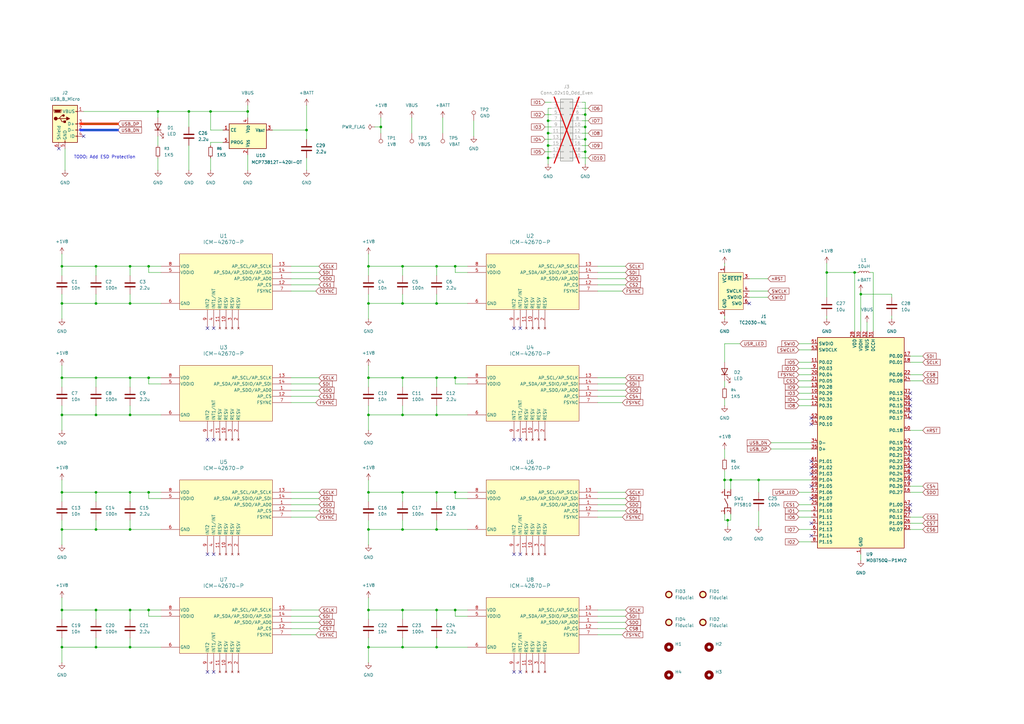
<source format=kicad_sch>
(kicad_sch (version 20250114) (generator "eeschema") (generator_version "9.0")
  (paper "A3")
  (title_block (title "IMU Array MK I") (date "2025-08-11") (rev "MK I") (comment 1 "Author: Arif Balik") (comment 2 "8 IMU sensors rotated 90 degrees to each other on all axes"))
  (text "TODO: Add ESD Protection" (at 42.926 64.516 0) (effects (font (size 1.27 1.27))))
  (junction (at 299.72 196.85))
  (junction (at 339.09 111.76))
  (junction (at 53.34 217.17))
  (junction (at 25.4 170.18))
  (junction (at 39.37 109.22))
  (junction (at 179.07 170.18))
  (junction (at 125.73 53.34))
  (junction (at 165.1 124.46))
  (junction (at 224.79 54.61))
  (junction (at 101.6 45.72))
  (junction (at 39.37 250.19))
  (junction (at 350.52 111.76))
  (junction (at 165.1 265.43))
  (junction (at 186.69 154.94))
  (junction (at 165.1 201.93))
  (junction (at 311.15 196.85))
  (junction (at 53.34 250.19))
  (junction (at 165.1 109.22))
  (junction (at 179.07 265.43))
  (junction (at 165.1 170.18))
  (junction (at 39.37 217.17))
  (junction (at 60.96 154.94))
  (junction (at 179.07 124.46))
  (junction (at 53.34 109.22))
  (junction (at 39.37 265.43))
  (junction (at 151.13 124.46))
  (junction (at 151.13 109.22))
  (junction (at 186.69 109.22))
  (junction (at 39.37 154.94))
  (junction (at 240.03 62.23))
  (junction (at 60.96 250.19))
  (junction (at 25.4 109.22))
  (junction (at 53.34 170.18))
  (junction (at 53.34 154.94))
  (junction (at 39.37 201.93))
  (junction (at 165.1 154.94))
  (junction (at 151.13 170.18))
  (junction (at 297.18 196.85))
  (junction (at 224.79 64.77))
  (junction (at 179.07 217.17))
  (junction (at 25.4 250.19))
  (junction (at 53.34 265.43))
  (junction (at 151.13 217.17))
  (junction (at 156.21 52.07))
  (junction (at 60.96 201.93))
  (junction (at 39.37 124.46))
  (junction (at 165.1 250.19))
  (junction (at 224.79 49.53))
  (junction (at 179.07 201.93))
  (junction (at 77.47 45.72))
  (junction (at 53.34 201.93))
  (junction (at 240.03 57.15))
  (junction (at 151.13 154.94))
  (junction (at 179.07 250.19))
  (junction (at 25.4 265.43))
  (junction (at 25.4 217.17))
  (junction (at 186.69 201.93))
  (junction (at 25.4 154.94))
  (junction (at 165.1 217.17))
  (junction (at 25.4 124.46))
  (junction (at 64.77 45.72))
  (junction (at 53.34 124.46))
  (junction (at 179.07 109.22))
  (junction (at 240.03 52.07))
  (junction (at 25.4 201.93))
  (junction (at 86.36 45.72))
  (junction (at 151.13 201.93))
  (junction (at 151.13 265.43))
  (junction (at 298.45 213.36))
  (junction (at 186.69 250.19))
  (junction (at 151.13 250.19))
  (junction (at 39.37 170.18))
  (junction (at 179.07 154.94))
  (junction (at 60.96 109.22))
  (junction (at 353.06 120.65))
  (junction (at 224.79 59.69))
  (junction (at 240.03 46.99))
  (no_connect (at 332.74 199.39))
  (no_connect (at 210.82 134.62))
  (no_connect (at 373.38 191.77))
  (no_connect (at 87.63 134.62))
  (no_connect (at 87.63 275.59))
  (no_connect (at 373.38 186.69))
  (no_connect (at 213.36 180.34))
  (no_connect (at 373.38 209.55))
  (no_connect (at 332.74 219.71))
  (no_connect (at 87.63 227.33))
  (no_connect (at 213.36 227.33))
  (no_connect (at 332.74 189.23))
  (no_connect (at 210.82 227.33))
  (no_connect (at 34.29 55.88))
  (no_connect (at 373.38 196.85))
  (no_connect (at 373.38 189.23))
  (no_connect (at 373.38 166.37))
  (no_connect (at 373.38 168.91))
  (no_connect (at 332.74 191.77))
  (no_connect (at 307.34 124.46))
  (no_connect (at 332.74 173.99))
  (no_connect (at 85.09 134.62))
  (no_connect (at 373.38 171.45))
  (no_connect (at 85.09 227.33))
  (no_connect (at 373.38 207.01))
  (no_connect (at 213.36 275.59))
  (no_connect (at 373.38 161.29))
  (no_connect (at 87.63 180.34))
  (no_connect (at 373.38 184.15))
  (no_connect (at 332.74 214.63))
  (no_connect (at 210.82 275.59))
  (no_connect (at 332.74 171.45))
  (no_connect (at 213.36 134.62))
  (no_connect (at 210.82 180.34))
  (no_connect (at 373.38 163.83))
  (no_connect (at 373.38 194.31))
  (no_connect (at 332.74 194.31))
  (no_connect (at 332.74 204.47))
  (no_connect (at 24.13 60.96))
  (no_connect (at 373.38 181.61))
  (no_connect (at 85.09 180.34))
  (no_connect (at 85.09 275.59))
  (wire (pts (xy 299.72 200.66) (xy 299.72 196.85)))
  (wire (pts (xy 165.1 109.22) (xy 165.1 113.03)))
  (wire (pts (xy 25.4 109.22) (xy 39.37 109.22)))
  (wire (pts (xy 303.53 140.97) (xy 297.18 140.97)))
  (wire (pts (xy 39.37 124.46) (xy 53.34 124.46)))
  (wire (pts (xy 316.23 184.15) (xy 332.74 184.15)))
  (wire (pts (xy 179.07 109.22) (xy 186.69 109.22)))
  (wire (pts (xy 165.1 261.62) (xy 165.1 265.43)))
  (wire (pts (xy 25.4 213.36) (xy 25.4 217.17)))
  (wire (pts (xy 297.18 184.15) (xy 297.18 187.96)))
  (wire (pts (xy 53.34 120.65) (xy 53.34 124.46)))
  (wire (pts (xy 297.18 210.82) (xy 297.18 213.36)))
  (wire (pts (xy 373.38 146.05) (xy 378.46 146.05)))
  (wire (pts (xy 194.31 49.53) (xy 194.31 55.88)))
  (wire (pts (xy 224.79 59.69) (xy 224.79 54.61)))
  (wire (pts (xy 91.44 58.42) (xy 86.36 58.42)))
  (wire (pts (xy 378.46 156.21) (xy 373.38 156.21)))
  (wire (pts (xy 179.07 154.94) (xy 186.69 154.94)))
  (wire (pts (xy 86.36 53.34) (xy 86.36 45.72)))
  (wire (pts (xy 39.37 261.62) (xy 39.37 265.43)))
  (wire (pts (xy 186.69 154.94) (xy 191.77 154.94)))
  (wire (pts (xy 327.66 156.21) (xy 332.74 156.21)))
  (wire (pts (xy 39.37 250.19) (xy 53.34 250.19)))
  (wire (pts (xy 153.67 52.07) (xy 156.21 52.07)))
  (wire (pts (xy 327.66 163.83) (xy 332.74 163.83)))
  (wire (pts (xy 179.07 120.65) (xy 179.07 124.46)))
  (wire (pts (xy 238.76 64.77) (xy 241.3 64.77)))
  (wire (pts (xy 34.29 45.72) (xy 64.77 45.72)))
  (wire (pts (xy 339.09 121.92) (xy 339.09 111.76)))
  (wire (pts (xy 378.46 217.17) (xy 373.38 217.17)))
  (wire (pts (xy 25.4 196.85) (xy 25.4 201.93)))
  (wire (pts (xy 224.79 44.45) (xy 226.06 44.45)))
  (wire (pts (xy 53.34 265.43) (xy 66.04 265.43)))
  (wire (pts (xy 327.66 201.93) (xy 332.74 201.93)))
  (wire (pts (xy 179.07 205.74) (xy 179.07 201.93)))
  (wire (pts (xy 77.47 59.69) (xy 77.47 69.85)))
  (wire (pts (xy 119.38 201.93) (xy 130.81 201.93)))
  (wire (pts (xy 245.11 154.94) (xy 256.54 154.94)))
  (wire (pts (xy 179.07 113.03) (xy 179.07 109.22)))
  (wire (pts (xy 125.73 53.34) (xy 111.76 53.34)))
  (wire (pts (xy 179.07 250.19) (xy 186.69 250.19)))
  (wire (pts (xy 307.34 114.3) (xy 314.96 114.3)))
  (wire (pts (xy 224.79 49.53) (xy 224.79 44.45)))
  (wire (pts (xy 77.47 45.72) (xy 86.36 45.72)))
  (wire (pts (xy 39.37 166.37) (xy 39.37 170.18)))
  (wire (pts (xy 53.34 250.19) (xy 60.96 250.19)))
  (wire (pts (xy 181.61 48.26) (xy 181.61 54.61)))
  (wire (pts (xy 224.79 64.77) (xy 226.06 64.77)))
  (wire (pts (xy 53.34 261.62) (xy 53.34 265.43)))
  (wire (pts (xy 25.4 120.65) (xy 25.4 124.46)))
  (wire (pts (xy 66.04 252.73) (xy 60.96 252.73)))
  (wire (pts (xy 238.76 46.99) (xy 240.03 46.99)))
  (wire (pts (xy 238.76 49.53) (xy 241.3 49.53)))
  (wire (pts (xy 86.36 58.42) (xy 86.36 59.69)))
  (wire (pts (xy 39.37 154.94) (xy 39.37 158.75)))
  (wire (pts (xy 223.52 62.23) (xy 226.06 62.23)))
  (wire (pts (xy 179.07 158.75) (xy 179.07 154.94)))
  (wire (pts (xy 339.09 111.76) (xy 350.52 111.76)))
  (wire (pts (xy 327.66 209.55) (xy 332.74 209.55)))
  (wire (pts (xy 238.76 54.61) (xy 241.3 54.61)))
  (wire (pts (xy 151.13 250.19) (xy 151.13 254)))
  (wire (pts (xy 316.23 181.61) (xy 332.74 181.61)))
  (wire (pts (xy 373.38 201.93) (xy 378.46 201.93)))
  (wire (pts (xy 245.11 255.27) (xy 256.54 255.27)))
  (wire (pts (xy 119.38 160.02) (xy 130.81 160.02)))
  (wire (pts (xy 238.76 62.23) (xy 240.03 62.23)))
  (wire (pts (xy 86.36 64.77) (xy 86.36 69.85)))
  (wire (pts (xy 297.18 156.21) (xy 297.18 158.75)))
  (wire (pts (xy 378.46 212.09) (xy 373.38 212.09)))
  (wire (pts (xy 223.52 52.07) (xy 226.06 52.07)))
  (wire (pts (xy 119.38 165.1) (xy 129.54 165.1)))
  (wire (pts (xy 179.07 170.18) (xy 191.77 170.18)))
  (wire (pts (xy 350.52 111.76) (xy 350.52 135.89)))
  (wire (pts (xy 53.34 213.36) (xy 53.34 217.17)))
  (wire (pts (xy 119.38 257.81) (xy 130.81 257.81)))
  (wire (pts (xy 66.04 157.48) (xy 60.96 157.48)))
  (wire (pts (xy 53.34 217.17) (xy 66.04 217.17)))
  (wire (pts (xy 156.21 48.26) (xy 156.21 52.07)))
  (wire (pts (xy 353.06 227.33) (xy 353.06 229.87)))
  (wire (pts (xy 60.96 157.48) (xy 60.96 154.94)))
  (wire (pts (xy 151.13 261.62) (xy 151.13 265.43)))
  (wire (pts (xy 245.11 201.93) (xy 256.54 201.93)))
  (wire (pts (xy 53.34 158.75) (xy 53.34 154.94)))
  (wire (pts (xy 119.38 209.55) (xy 130.81 209.55)))
  (wire (pts (xy 297.18 140.97) (xy 297.18 148.59)))
  (wire (pts (xy 179.07 265.43) (xy 191.77 265.43)))
  (wire (pts (xy 151.13 166.37) (xy 151.13 170.18)))
  (wire (pts (xy 297.18 196.85) (xy 297.18 200.66)))
  (wire (pts (xy 245.11 114.3) (xy 256.54 114.3)))
  (wire (pts (xy 39.37 201.93) (xy 53.34 201.93)))
  (wire (pts (xy 25.4 154.94) (xy 25.4 158.75)))
  (wire (pts (xy 245.11 160.02) (xy 256.54 160.02)))
  (wire (pts (xy 245.11 250.19) (xy 256.54 250.19)))
  (wire (pts (xy 245.11 212.09) (xy 255.27 212.09)))
  (wire (pts (xy 25.4 265.43) (xy 39.37 265.43)))
  (wire (pts (xy 77.47 45.72) (xy 77.47 52.07)))
  (wire (pts (xy 240.03 52.07) (xy 240.03 46.99)))
  (wire (pts (xy 245.11 209.55) (xy 256.54 209.55)))
  (wire (pts (xy 297.18 213.36) (xy 298.45 213.36)))
  (wire (pts (xy 53.34 124.46) (xy 66.04 124.46)))
  (wire (pts (xy 151.13 149.86) (xy 151.13 154.94)))
  (wire (pts (xy 25.4 201.93) (xy 39.37 201.93)))
  (wire (pts (xy 119.38 119.38) (xy 129.54 119.38)))
  (wire (pts (xy 25.4 250.19) (xy 39.37 250.19)))
  (wire (pts (xy 34.29 53.34) (xy 48.26 53.34)))
  (wire (pts (xy 353.06 119.38) (xy 353.06 120.65)))
  (wire (pts (xy 373.38 148.59) (xy 378.46 148.59)))
  (wire (pts (xy 311.15 196.85) (xy 299.72 196.85)))
  (wire (pts (xy 119.38 162.56) (xy 130.81 162.56)))
  (wire (pts (xy 25.4 154.94) (xy 39.37 154.94)))
  (wire (pts (xy 151.13 217.17) (xy 151.13 223.52)))
  (wire (pts (xy 151.13 245.11) (xy 151.13 250.19)))
  (wire (pts (xy 186.69 109.22) (xy 191.77 109.22)))
  (wire (pts (xy 327.66 207.01) (xy 332.74 207.01)))
  (wire (pts (xy 119.38 109.22) (xy 130.81 109.22)))
  (wire (pts (xy 299.72 213.36) (xy 299.72 210.82)))
  (wire (pts (xy 60.96 154.94) (xy 66.04 154.94)))
  (wire (pts (xy 165.1 213.36) (xy 165.1 217.17)))
  (wire (pts (xy 119.38 157.48) (xy 130.81 157.48)))
  (wire (pts (xy 186.69 111.76) (xy 186.69 109.22)))
  (wire (pts (xy 186.69 201.93) (xy 191.77 201.93)))
  (wire (pts (xy 25.4 166.37) (xy 25.4 170.18)))
  (wire (pts (xy 25.4 261.62) (xy 25.4 265.43)))
  (wire (pts (xy 365.76 129.54) (xy 365.76 130.81)))
  (wire (pts (xy 238.76 59.69) (xy 241.3 59.69)))
  (wire (pts (xy 34.29 50.8) (xy 48.26 50.8)))
  (wire (pts (xy 327.66 212.09) (xy 332.74 212.09)))
  (wire (pts (xy 151.13 213.36) (xy 151.13 217.17)))
  (wire (pts (xy 224.79 64.77) (xy 224.79 59.69)))
  (wire (pts (xy 119.38 207.01) (xy 130.81 207.01)))
  (wire (pts (xy 179.07 166.37) (xy 179.07 170.18)))
  (wire (pts (xy 307.34 119.38) (xy 314.96 119.38)))
  (wire (pts (xy 191.77 157.48) (xy 186.69 157.48)))
  (wire (pts (xy 64.77 64.77) (xy 64.77 69.85)))
  (wire (pts (xy 327.66 222.25) (xy 332.74 222.25)))
  (wire (pts (xy 151.13 124.46) (xy 151.13 130.81)))
  (wire (pts (xy 179.07 261.62) (xy 179.07 265.43)))
  (wire (pts (xy 165.1 120.65) (xy 165.1 124.46)))
  (wire (pts (xy 125.73 43.18) (xy 125.73 53.34)))
  (wire (pts (xy 298.45 213.36) (xy 298.45 215.9)))
  (wire (pts (xy 165.1 265.43) (xy 179.07 265.43)))
  (wire (pts (xy 245.11 109.22) (xy 256.54 109.22)))
  (wire (pts (xy 151.13 154.94) (xy 151.13 158.75)))
  (wire (pts (xy 53.34 205.74) (xy 53.34 201.93)))
  (wire (pts (xy 151.13 170.18) (xy 151.13 176.53)))
  (wire (pts (xy 25.4 201.93) (xy 25.4 205.74)))
  (wire (pts (xy 223.52 46.99) (xy 226.06 46.99)))
  (wire (pts (xy 39.37 217.17) (xy 53.34 217.17)))
  (wire (pts (xy 64.77 45.72) (xy 77.47 45.72)))
  (wire (pts (xy 39.37 213.36) (xy 39.37 217.17)))
  (wire (pts (xy 156.21 52.07) (xy 156.21 54.61)))
  (wire (pts (xy 297.18 193.04) (xy 297.18 196.85)))
  (wire (pts (xy 355.6 132.08) (xy 355.6 135.89)))
  (wire (pts (xy 39.37 170.18) (xy 53.34 170.18)))
  (wire (pts (xy 165.1 154.94) (xy 165.1 158.75)))
  (wire (pts (xy 240.03 46.99) (xy 240.03 41.91)))
  (wire (pts (xy 298.45 213.36) (xy 299.72 213.36)))
  (wire (pts (xy 25.4 265.43) (xy 25.4 271.78)))
  (wire (pts (xy 245.11 116.84) (xy 256.54 116.84)))
  (wire (pts (xy 25.4 170.18) (xy 39.37 170.18)))
  (wire (pts (xy 307.34 121.92) (xy 314.96 121.92)))
  (wire (pts (xy 151.13 201.93) (xy 165.1 201.93)))
  (wire (pts (xy 151.13 124.46) (xy 165.1 124.46)))
  (wire (pts (xy 179.07 201.93) (xy 186.69 201.93)))
  (wire (pts (xy 327.66 148.59) (xy 332.74 148.59)))
  (wire (pts (xy 327.66 153.67) (xy 332.74 153.67)))
  (wire (pts (xy 339.09 107.95) (xy 339.09 111.76)))
  (wire (pts (xy 53.34 109.22) (xy 60.96 109.22)))
  (wire (pts (xy 299.72 196.85) (xy 297.18 196.85)))
  (wire (pts (xy 179.07 124.46) (xy 191.77 124.46)))
  (wire (pts (xy 151.13 196.85) (xy 151.13 201.93)))
  (wire (pts (xy 245.11 207.01) (xy 256.54 207.01)))
  (wire (pts (xy 25.4 124.46) (xy 25.4 130.81)))
  (wire (pts (xy 119.38 255.27) (xy 130.81 255.27)))
  (wire (pts (xy 373.38 176.53) (xy 378.46 176.53)))
  (wire (pts (xy 25.4 250.19) (xy 25.4 254)))
  (wire (pts (xy 373.38 199.39) (xy 378.46 199.39)))
  (wire (pts (xy 240.03 41.91) (xy 238.76 41.91)))
  (wire (pts (xy 179.07 217.17) (xy 191.77 217.17)))
  (wire (pts (xy 168.91 48.26) (xy 168.91 54.61)))
  (wire (pts (xy 151.13 170.18) (xy 165.1 170.18)))
  (wire (pts (xy 240.03 67.31) (xy 240.03 62.23)))
  (wire (pts (xy 353.06 120.65) (xy 353.06 135.89)))
  (wire (pts (xy 151.13 250.19) (xy 165.1 250.19)))
  (wire (pts (xy 245.11 162.56) (xy 256.54 162.56)))
  (wire (pts (xy 238.76 52.07) (xy 240.03 52.07)))
  (wire (pts (xy 119.38 212.09) (xy 129.54 212.09)))
  (wire (pts (xy 378.46 153.67) (xy 373.38 153.67)))
  (wire (pts (xy 311.15 196.85) (xy 332.74 196.85)))
  (wire (pts (xy 165.1 109.22) (xy 179.07 109.22)))
  (wire (pts (xy 297.18 163.83) (xy 297.18 166.37)))
  (wire (pts (xy 39.37 109.22) (xy 53.34 109.22)))
  (wire (pts (xy 60.96 111.76) (xy 60.96 109.22)))
  (wire (pts (xy 151.13 120.65) (xy 151.13 124.46)))
  (wire (pts (xy 179.07 254) (xy 179.07 250.19)))
  (wire (pts (xy 165.1 170.18) (xy 179.07 170.18)))
  (wire (pts (xy 101.6 48.26) (xy 101.6 45.72)))
  (wire (pts (xy 378.46 214.63) (xy 373.38 214.63)))
  (wire (pts (xy 165.1 154.94) (xy 179.07 154.94)))
  (wire (pts (xy 165.1 217.17) (xy 179.07 217.17)))
  (wire (pts (xy 365.76 120.65) (xy 365.76 121.92)))
  (wire (pts (xy 25.4 109.22) (xy 25.4 113.03)))
  (wire (pts (xy 165.1 201.93) (xy 179.07 201.93)))
  (wire (pts (xy 25.4 124.46) (xy 39.37 124.46)))
  (wire (pts (xy 245.11 260.35) (xy 255.27 260.35)))
  (wire (pts (xy 224.79 49.53) (xy 226.06 49.53)))
  (wire (pts (xy 151.13 154.94) (xy 165.1 154.94)))
  (wire (pts (xy 53.34 254) (xy 53.34 250.19)))
  (wire (pts (xy 119.38 154.94) (xy 130.81 154.94)))
  (wire (pts (xy 165.1 201.93) (xy 165.1 205.74)))
  (wire (pts (xy 224.79 59.69) (xy 226.06 59.69)))
  (wire (pts (xy 240.03 57.15) (xy 240.03 52.07)))
  (wire (pts (xy 245.11 165.1) (xy 255.27 165.1)))
  (wire (pts (xy 245.11 252.73) (xy 256.54 252.73)))
  (wire (pts (xy 119.38 111.76) (xy 130.81 111.76)))
  (wire (pts (xy 224.79 67.31) (xy 224.79 64.77)))
  (wire (pts (xy 64.77 45.72) (xy 64.77 48.26)))
  (wire (pts (xy 238.76 57.15) (xy 240.03 57.15)))
  (wire (pts (xy 353.06 120.65) (xy 365.76 120.65)))
  (wire (pts (xy 86.36 45.72) (xy 101.6 45.72)))
  (wire (pts (xy 165.1 250.19) (xy 179.07 250.19)))
  (wire (pts (xy 39.37 120.65) (xy 39.37 124.46)))
  (wire (pts (xy 119.38 252.73) (xy 130.81 252.73)))
  (wire (pts (xy 245.11 257.81) (xy 256.54 257.81)))
  (wire (pts (xy 91.44 53.34) (xy 86.36 53.34)))
  (wire (pts (xy 25.4 104.14) (xy 25.4 109.22)))
  (wire (pts (xy 297.18 107.95) (xy 297.18 109.22)))
  (wire (pts (xy 119.38 260.35) (xy 129.54 260.35)))
  (wire (pts (xy 191.77 204.47) (xy 186.69 204.47)))
  (wire (pts (xy 101.6 63.5) (xy 101.6 69.85)))
  (wire (pts (xy 66.04 204.47) (xy 60.96 204.47)))
  (wire (pts (xy 311.15 209.55) (xy 311.15 215.9)))
  (wire (pts (xy 186.69 204.47) (xy 186.69 201.93)))
  (wire (pts (xy 64.77 55.88) (xy 64.77 59.69)))
  (wire (pts (xy 119.38 250.19) (xy 130.81 250.19)))
  (wire (pts (xy 25.4 245.11) (xy 25.4 250.19)))
  (wire (pts (xy 358.14 135.89) (xy 358.14 111.76)))
  (wire (pts (xy 53.34 201.93) (xy 60.96 201.93)))
  (wire (pts (xy 60.96 250.19) (xy 66.04 250.19)))
  (wire (pts (xy 186.69 250.19) (xy 191.77 250.19)))
  (wire (pts (xy 151.13 109.22) (xy 165.1 109.22)))
  (wire (pts (xy 238.76 44.45) (xy 241.3 44.45)))
  (wire (pts (xy 60.96 201.93) (xy 66.04 201.93)))
  (wire (pts (xy 327.66 161.29) (xy 332.74 161.29)))
  (wire (pts (xy 165.1 124.46) (xy 179.07 124.46)))
  (wire (pts (xy 25.4 217.17) (xy 25.4 223.52)))
  (wire (pts (xy 339.09 130.81) (xy 339.09 129.54)))
  (wire (pts (xy 53.34 170.18) (xy 66.04 170.18)))
  (wire (pts (xy 191.77 252.73) (xy 186.69 252.73)))
  (wire (pts (xy 53.34 113.03) (xy 53.34 109.22)))
  (wire (pts (xy 311.15 201.93) (xy 311.15 196.85)))
  (wire (pts (xy 297.18 129.54) (xy 297.18 130.81)))
  (wire (pts (xy 39.37 250.19) (xy 39.37 254)))
  (wire (pts (xy 151.13 109.22) (xy 151.13 113.03)))
  (wire (pts (xy 191.77 111.76) (xy 186.69 111.76)))
  (wire (pts (xy 125.73 53.34) (xy 125.73 57.15)))
  (wire (pts (xy 351.79 111.76) (xy 350.52 111.76)))
  (wire (pts (xy 26.67 60.96) (xy 26.67 69.85)))
  (wire (pts (xy 25.4 149.86) (xy 25.4 154.94)))
  (wire (pts (xy 39.37 109.22) (xy 39.37 113.03)))
  (wire (pts (xy 179.07 213.36) (xy 179.07 217.17)))
  (wire (pts (xy 119.38 114.3) (xy 130.81 114.3)))
  (wire (pts (xy 224.79 54.61) (xy 226.06 54.61)))
  (wire (pts (xy 39.37 201.93) (xy 39.37 205.74)))
  (wire (pts (xy 186.69 252.73) (xy 186.69 250.19)))
  (wire (pts (xy 119.38 116.84) (xy 130.81 116.84)))
  (wire (pts (xy 245.11 119.38) (xy 255.27 119.38)))
  (wire (pts (xy 101.6 43.18) (xy 101.6 45.72)))
  (wire (pts (xy 332.74 143.51) (xy 327.66 143.51)))
  (wire (pts (xy 125.73 64.77) (xy 125.73 69.85)))
  (polyline (pts (xy 33.02 53.34) (xy 48.26 53.34)) (stroke (width 1) (type solid) (color 37 64 255 0.51)))
  (wire (pts (xy 60.96 109.22) (xy 66.04 109.22)))
  (wire (pts (xy 327.66 166.37) (xy 332.74 166.37)))
  (polyline (pts (xy 33.02 50.8) (xy 48.26 50.8)) (stroke (width 1) (color 255 40 8 0.51)))
  (wire (pts (xy 25.4 170.18) (xy 25.4 176.53)))
  (wire (pts (xy 25.4 217.17) (xy 39.37 217.17)))
  (wire (pts (xy 245.11 157.48) (xy 256.54 157.48)))
  (wire (pts (xy 60.96 252.73) (xy 60.96 250.19)))
  (wire (pts (xy 186.69 157.48) (xy 186.69 154.94)))
  (wire (pts (xy 119.38 204.47) (xy 130.81 204.47)))
  (wire (pts (xy 53.34 154.94) (xy 60.96 154.94)))
  (wire (pts (xy 223.52 57.15) (xy 226.06 57.15)))
  (wire (pts (xy 151.13 104.14) (xy 151.13 109.22)))
  (wire (pts (xy 245.11 111.76) (xy 256.54 111.76)))
  (wire (pts (xy 165.1 166.37) (xy 165.1 170.18)))
  (wire (pts (xy 327.66 217.17) (xy 332.74 217.17)))
  (wire (pts (xy 223.52 41.91) (xy 226.06 41.91)))
  (wire (pts (xy 151.13 201.93) (xy 151.13 205.74)))
  (wire (pts (xy 53.34 166.37) (xy 53.34 170.18)))
  (wire (pts (xy 327.66 151.13) (xy 332.74 151.13)))
  (wire (pts (xy 66.04 111.76) (xy 60.96 111.76)))
  (wire (pts (xy 151.13 265.43) (xy 151.13 271.78)))
  (wire (pts (xy 240.03 62.23) (xy 240.03 57.15)))
  (wire (pts (xy 60.96 204.47) (xy 60.96 201.93)))
  (wire (pts (xy 39.37 265.43) (xy 53.34 265.43)))
  (wire (pts (xy 224.79 54.61) (xy 224.79 49.53)))
  (wire (pts (xy 358.14 111.76) (xy 356.87 111.76)))
  (wire (pts (xy 151.13 217.17) (xy 165.1 217.17)))
  (wire (pts (xy 327.66 158.75) (xy 332.74 158.75)))
  (wire (pts (xy 165.1 250.19) (xy 165.1 254)))
  (wire (pts (xy 151.13 265.43) (xy 165.1 265.43)))
  (wire (pts (xy 332.74 140.97) (xy 327.66 140.97)))
  (wire (pts (xy 39.37 154.94) (xy 53.34 154.94)))
  (wire (pts (xy 245.11 204.47) (xy 256.54 204.47)))
  (global_label "SDO" (shape input) (at 130.81 255.27 0) (property "Intersheetrefs" "${INTERSHEET_REFS}" (effects (hide yes))))
  (global_label "SDO" (shape input) (at 378.46 201.93 0) (property "Intersheetrefs" "${INTERSHEET_REFS}" (effects (hide yes))))
  (global_label "SDI" (shape input) (at 130.81 157.48 0) (property "Intersheetrefs" "${INTERSHEET_REFS}" (effects (hide yes))))
  (global_label "IO9" (shape input) (at 241.3 59.69 0) (property "Intersheetrefs" "${INTERSHEET_REFS}" (effects (hide yes))))
  (global_label "nRST" (shape input) (at 314.96 114.3 0) (property "Intersheetrefs" "${INTERSHEET_REFS}" (effects (hide yes))))
  (global_label "IO8" (shape input) (at 327.66 166.37 180) (property "Intersheetrefs" "${INTERSHEET_REFS}" (effects (hide yes))))
  (global_label "CS6" (shape input) (at 256.54 209.55 0) (property "Intersheetrefs" "${INTERSHEET_REFS}" (effects (hide yes))))
  (global_label "SWCLK" (shape input) (at 314.96 119.38 0) (property "Intersheetrefs" "${INTERSHEET_REFS}" (effects (hide yes))))
  (global_label "SDO" (shape input) (at 130.81 160.02 0) (property "Intersheetrefs" "${INTERSHEET_REFS}" (effects (hide yes))))
  (global_label "SCLK" (shape input) (at 256.54 154.94 0) (property "Intersheetrefs" "${INTERSHEET_REFS}" (effects (hide yes))))
  (global_label "FSYNC" (shape input) (at 129.54 119.38 0) (property "Intersheetrefs" "${INTERSHEET_REFS}" (effects (hide yes))))
  (global_label "CS3" (shape input) (at 130.81 162.56 0) (property "Intersheetrefs" "${INTERSHEET_REFS}" (effects (hide yes))))
  (global_label "SDI" (shape input) (at 130.81 252.73 0) (property "Intersheetrefs" "${INTERSHEET_REFS}" (effects (hide yes))))
  (global_label "IO5" (shape input) (at 327.66 148.59 180) (property "Intersheetrefs" "${INTERSHEET_REFS}" (effects (hide yes))))
  (global_label "SWIO" (shape input) (at 327.66 140.97 180) (property "Intersheetrefs" "${INTERSHEET_REFS}" (effects (hide yes))))
  (global_label "FSYNC" (shape input) (at 129.54 165.1 0) (property "Intersheetrefs" "${INTERSHEET_REFS}" (effects (hide yes))))
  (global_label "CS2" (shape input) (at 256.54 116.84 0) (property "Intersheetrefs" "${INTERSHEET_REFS}" (effects (hide yes))))
  (global_label "SCLK" (shape input) (at 130.81 154.94 0) (property "Intersheetrefs" "${INTERSHEET_REFS}" (effects (hide yes))))
  (global_label "SDI" (shape input) (at 256.54 157.48 0) (property "Intersheetrefs" "${INTERSHEET_REFS}" (effects (hide yes))))
  (global_label "IO9" (shape input) (at 327.66 158.75 180) (property "Intersheetrefs" "${INTERSHEET_REFS}" (effects (hide yes))))
  (global_label "FSYNC" (shape input) (at 255.27 260.35 0) (property "Intersheetrefs" "${INTERSHEET_REFS}" (effects (hide yes))))
  (global_label "IO10" (shape input) (at 241.3 64.77 0) (property "Intersheetrefs" "${INTERSHEET_REFS}" (effects (hide yes))))
  (global_label "USB_DP" (shape input) (at 48.26 50.8 0) (property "Intersheetrefs" "${INTERSHEET_REFS}" (effects (hide yes))))
  (global_label "CS3" (shape input) (at 327.66 156.21 180) (property "Intersheetrefs" "${INTERSHEET_REFS}" (effects (hide yes))))
  (global_label "IO2" (shape input) (at 327.66 222.25 180) (property "Intersheetrefs" "${INTERSHEET_REFS}" (effects (hide yes))))
  (global_label "FSYNC" (shape input) (at 327.66 153.67 180) (property "Intersheetrefs" "${INTERSHEET_REFS}" (effects (hide yes))))
  (global_label "SCLK" (shape input) (at 130.81 250.19 0) (property "Intersheetrefs" "${INTERSHEET_REFS}" (effects (hide yes))))
  (global_label "USR_LED" (shape input) (at 327.66 201.93 180) (property "Intersheetrefs" "${INTERSHEET_REFS}" (effects (hide yes))))
  (global_label "SDI" (shape input) (at 378.46 146.05 0) (property "Intersheetrefs" "${INTERSHEET_REFS}" (effects (hide yes))))
  (global_label "FSYNC" (shape input) (at 255.27 165.1 0) (property "Intersheetrefs" "${INTERSHEET_REFS}" (effects (hide yes))))
  (global_label "SDO" (shape input) (at 256.54 114.3 0) (property "Intersheetrefs" "${INTERSHEET_REFS}" (effects (hide yes))))
  (global_label "IO3" (shape input) (at 223.52 52.07 180) (property "Intersheetrefs" "${INTERSHEET_REFS}" (effects (hide yes))))
  (global_label "USB_DN" (shape input) (at 48.26 53.34 0) (property "Intersheetrefs" "${INTERSHEET_REFS}" (effects (hide yes))))
  (global_label "SDO" (shape input) (at 256.54 160.02 0) (property "Intersheetrefs" "${INTERSHEET_REFS}" (effects (hide yes))))
  (global_label "CS8" (shape input) (at 256.54 257.81 0) (property "Intersheetrefs" "${INTERSHEET_REFS}" (effects (hide yes))))
  (global_label "CS5" (shape input) (at 130.81 209.55 0) (property "Intersheetrefs" "${INTERSHEET_REFS}" (effects (hide yes))))
  (global_label "SCLK" (shape input) (at 256.54 250.19 0) (property "Intersheetrefs" "${INTERSHEET_REFS}" (effects (hide yes))))
  (global_label "IO10" (shape input) (at 327.66 151.13 180) (property "Intersheetrefs" "${INTERSHEET_REFS}" (effects (hide yes))))
  (global_label "IO6" (shape input) (at 241.3 44.45 0) (property "Intersheetrefs" "${INTERSHEET_REFS}" (effects (hide yes))))
  (global_label "SCLK" (shape input) (at 378.46 148.59 0) (property "Intersheetrefs" "${INTERSHEET_REFS}" (effects (hide yes))))
  (global_label "FSYNC" (shape input) (at 255.27 212.09 0) (property "Intersheetrefs" "${INTERSHEET_REFS}" (effects (hide yes))))
  (global_label "SDI" (shape input) (at 256.54 252.73 0) (property "Intersheetrefs" "${INTERSHEET_REFS}" (effects (hide yes))))
  (global_label "CS5" (shape input) (at 378.46 212.09 0) (property "Intersheetrefs" "${INTERSHEET_REFS}" (effects (hide yes))))
  (global_label "SDI" (shape input) (at 256.54 111.76 0) (property "Intersheetrefs" "${INTERSHEET_REFS}" (effects (hide yes))))
  (global_label "SWIO" (shape input) (at 314.96 121.92 0) (property "Intersheetrefs" "${INTERSHEET_REFS}" (effects (hide yes))))
  (global_label "SCLK" (shape input) (at 130.81 109.22 0) (property "Intersheetrefs" "${INTERSHEET_REFS}" (effects (hide yes))))
  (global_label "FSYNC" (shape input) (at 255.27 119.38 0) (property "Intersheetrefs" "${INTERSHEET_REFS}" (effects (hide yes))))
  (global_label "IO1" (shape input) (at 223.52 41.91 180) (property "Intersheetrefs" "${INTERSHEET_REFS}" (effects (hide yes))))
  (global_label "nRST" (shape input) (at 378.46 176.53 0) (property "Intersheetrefs" "${INTERSHEET_REFS}" (effects (hide yes))))
  (global_label "SDO" (shape input) (at 130.81 207.01 0) (property "Intersheetrefs" "${INTERSHEET_REFS}" (effects (hide yes))))
  (global_label "IO7" (shape input) (at 241.3 49.53 0) (property "Intersheetrefs" "${INTERSHEET_REFS}" (effects (hide yes))))
  (global_label "CS1" (shape input) (at 130.81 116.84 0) (property "Intersheetrefs" "${INTERSHEET_REFS}" (effects (hide yes))))
  (global_label "SCLK" (shape input) (at 256.54 201.93 0) (property "Intersheetrefs" "${INTERSHEET_REFS}" (effects (hide yes))))
  (global_label "CS6" (shape input) (at 378.46 217.17 0) (property "Intersheetrefs" "${INTERSHEET_REFS}" (effects (hide yes))))
  (global_label "IO7" (shape input) (at 327.66 217.17 180) (property "Intersheetrefs" "${INTERSHEET_REFS}" (effects (hide yes))))
  (global_label "SDI" (shape input) (at 130.81 204.47 0) (property "Intersheetrefs" "${INTERSHEET_REFS}" (effects (hide yes))))
  (global_label "USB_DN" (shape input) (at 316.23 181.61 180) (property "Intersheetrefs" "${INTERSHEET_REFS}" (effects (hide yes))))
  (global_label "IO4" (shape input) (at 223.52 57.15 180) (property "Intersheetrefs" "${INTERSHEET_REFS}" (effects (hide yes))))
  (global_label "CS7" (shape input) (at 130.81 257.81 0) (property "Intersheetrefs" "${INTERSHEET_REFS}" (effects (hide yes))))
  (global_label "CS8" (shape input) (at 378.46 153.67 0) (property "Intersheetrefs" "${INTERSHEET_REFS}" (effects (hide yes))))
  (global_label "IO6" (shape input) (at 327.66 212.09 180) (property "Intersheetrefs" "${INTERSHEET_REFS}" (effects (hide yes))))
  (global_label "CS2" (shape input) (at 378.46 156.21 0) (property "Intersheetrefs" "${INTERSHEET_REFS}" (effects (hide yes))))
  (global_label "CS4" (shape input) (at 256.54 162.56 0) (property "Intersheetrefs" "${INTERSHEET_REFS}" (effects (hide yes))))
  (global_label "CS1" (shape input) (at 327.66 207.01 180) (property "Intersheetrefs" "${INTERSHEET_REFS}" (effects (hide yes))))
  (global_label "IO5" (shape input) (at 223.52 62.23 180) (property "Intersheetrefs" "${INTERSHEET_REFS}" (effects (hide yes))))
  (global_label "CS7" (shape input) (at 378.46 214.63 0) (property "Intersheetrefs" "${INTERSHEET_REFS}" (effects (hide yes))))
  (global_label "SCLK" (shape input) (at 256.54 109.22 0) (property "Intersheetrefs" "${INTERSHEET_REFS}" (effects (hide yes))))
  (global_label "IO2" (shape input) (at 223.52 46.99 180) (property "Intersheetrefs" "${INTERSHEET_REFS}" (effects (hide yes))))
  (global_label "SCLK" (shape input) (at 130.81 201.93 0) (property "Intersheetrefs" "${INTERSHEET_REFS}" (effects (hide yes))))
  (global_label "IO4" (shape input) (at 327.66 163.83 180) (property "Intersheetrefs" "${INTERSHEET_REFS}" (effects (hide yes))))
  (global_label "SWCLK" (shape input) (at 327.66 143.51 180) (property "Intersheetrefs" "${INTERSHEET_REFS}" (effects (hide yes))))
  (global_label "IO3" (shape input) (at 327.66 161.29 180) (property "Intersheetrefs" "${INTERSHEET_REFS}" (effects (hide yes))))
  (global_label "USB_DP" (shape input) (at 316.23 184.15 180) (property "Intersheetrefs" "${INTERSHEET_REFS}" (effects (hide yes))))
  (global_label "SDO" (shape input) (at 256.54 255.27 0) (property "Intersheetrefs" "${INTERSHEET_REFS}" (effects (hide yes))))
  (global_label "SDI" (shape input) (at 130.81 111.76 0) (property "Intersheetrefs" "${INTERSHEET_REFS}" (effects (hide yes))))
  (global_label "FSYNC" (shape input) (at 129.54 260.35 0) (property "Intersheetrefs" "${INTERSHEET_REFS}" (effects (hide yes))))
  (global_label "FSYNC" (shape input) (at 129.54 212.09 0) (property "Intersheetrefs" "${INTERSHEET_REFS}" (effects (hide yes))))
  (global_label "SDO" (shape input) (at 130.81 114.3 0) (property "Intersheetrefs" "${INTERSHEET_REFS}" (effects (hide yes))))
  (global_label "SDO" (shape input) (at 256.54 207.01 0) (property "Intersheetrefs" "${INTERSHEET_REFS}" (effects (hide yes))))
  (global_label "IO1" (shape input) (at 327.66 209.55 180) (property "Intersheetrefs" "${INTERSHEET_REFS}" (effects (hide yes))))
  (global_label "IO8" (shape input) (at 241.3 54.61 0) (property "Intersheetrefs" "${INTERSHEET_REFS}" (effects (hide yes))))
  (global_label "USR_LED" (shape input) (at 303.53 140.97 0) (property "Intersheetrefs" "${INTERSHEET_REFS}" (effects (hide yes))))
  (global_label "CS4" (shape input) (at 378.46 199.39 0) (property "Intersheetrefs" "${INTERSHEET_REFS}" (effects (hide yes))))
  (global_label "SDI" (shape input) (at 256.54 204.47 0) (property "Intersheetrefs" "${INTERSHEET_REFS}" (effects (hide yes))))
  (symbol (lib_id "power:VBUS") (at 101.6 43.18 0) (unit 1)
    (property "Reference" "#PWR042" (effects (hide yes)))
    (property "Value" "VBUS" (at 101.6 38.1 0))
    (property "Description" "Power symbol creates a global label with name \"VBUS\"" (effects (hide yes)))
  )
  (symbol (lib_id "Device:R_Small") (at 64.77 62.23 180) (unit 1)
    (property "Reference" "R3" (at 67.31 60.9599 0) (effects (font (size 1.016 1.016)) (justify right)))
    (property "Value" "1K5" (at 67.31 63.5 0) (effects (justify right)))
    (property "Footprint" "Resistor_SMD:R_0603_1608Metric" (effects (hide yes)))
    (property "Description" "Resistor, small symbol" (effects (hide yes)))
  )
  (symbol (lib_id "Device:R_Small") (at 297.18 190.5 180) (unit 1)
    (property "Reference" "R5" (at 299.72 189.2299 0) (effects (font (size 1.016 1.016)) (justify right)))
    (property "Value" "10K" (at 299.72 191.77 0) (effects (justify right)))
    (property "Footprint" "Resistor_SMD:R_0603_1608Metric" (effects (hide yes)))
    (property "Description" "Resistor, small symbol" (effects (hide yes)))
  )
  (symbol (lib_id "power:GND") (at 353.06 229.87 0) (unit 1)
    (property "Reference" "#PWR09" (effects (hide yes)))
    (property "Value" "GND" (at 353.06 234.95 0))
    (property "Description" "Power symbol creates a global label with name \"GND\" , ground" (effects (hide yes)))
  )
  (symbol (lib_id "Device:C") (at 77.47 55.88 0) (unit 1)
    (property "Reference" "C26" (at 81.28 54.61 0) (effects (justify left)))
    (property "Value" "2.2u" (at 81.28 57.15 0) (effects (justify left)))
    (property "Footprint" "Capacitor_SMD:C_0603_1608Metric" (effects (hide yes)))
    (property "Description" "Unpolarized capacitor" (effects (hide yes)))
  )
  (symbol (lib_id "Mechanical:MountingHole") (at 290.83 276.86 0) (unit 1) (in_bom no)
    (property "Reference" "H3" (at 293.37 275.59 0) (effects (justify left)))
    (property "Value" "MountingHole" (effects (hide yes)))
    (property "Footprint" "MountingHole:MountingHole_2.1mm" (effects (hide yes)))
    (property "Description" "Mounting Hole without connection" (effects (hide yes)))
  )
  (symbol (lib_id "power:+BATT") (at 181.61 48.26 0) (unit 1)
    (property "Reference" "#PWR031" (effects (hide yes)))
    (property "Value" "+BATT" (at 181.61 43.18 0))
    (property "Description" "Power symbol creates a global label with name \"+BATT\"" (effects (hide yes)))
  )
  (symbol (lib_id "Device:C") (at 25.4 162.56 0) (unit 1)
    (property "Reference" "C7" (at 29.21 161.29 0) (effects (justify left)))
    (property "Value" "10n" (at 29.21 163.83 0) (effects (justify left)))
    (property "Footprint" "Capacitor_SMD:C_0603_1608Metric" (effects (hide yes)))
    (property "Description" "Unpolarized capacitor" (effects (hide yes)))
  )
  (symbol (lib_id "RF_Module:MDBT50Q-P1MV2") (at 353.06 181.61 0) (unit 1)
    (property "Reference" "U9" (at 355.2234 227.33 0) (effects (justify left)))
    (property "Value" "MDBT50Q-P1MV2" (at 355.2234 229.87 0) (effects (justify left)))
    (property "Footprint" "RF_Module:Raytac_MDBT50Q" (effects (hide yes)))
    (property "Datasheet" "https://www.raytac.com/download/index.php?index_id=43" (effects (hide yes)))
    (property "Description" "Multiprotocol BLE/ANT/2.4 GHz/802.15.4 Cortex-M4F SoC, nRF52840 module" (effects (hide yes)))
  )
  (symbol (lib_id "Device:C") (at 311.15 205.74 0) (unit 1)
    (property "Reference" "C25" (at 314.96 204.47 0) (effects (justify left)))
    (property "Value" "100n" (at 314.96 207.01 0) (effects (justify left)))
    (property "Footprint" "Capacitor_SMD:C_0603_1608Metric" (effects (hide yes)))
    (property "Description" "Unpolarized capacitor" (effects (hide yes)))
  )
  (symbol (lib_id "Mechanical:Fiducial") (at 274.32 255.27 0) (unit 1) (in_bom no)
    (property "Reference" "FID4" (at 276.86 254 0) (effects (justify left)))
    (property "Value" "Fiducial" (at 276.86 256.54 0) (effects (justify left)))
    (property "Footprint" "Fiducial:Fiducial_0.5mm_Mask1.5mm" (effects (hide yes)))
    (property "Description" "Fiducial Marker" (effects (hide yes)))
  )
  (symbol (lib_id "Mechanical:MountingHole") (at 274.32 265.43 0) (unit 1) (in_bom no)
    (property "Reference" "H1" (at 276.86 264.16 0) (effects (justify left)))
    (property "Value" "MountingHole" (effects (hide yes)))
    (property "Footprint" "MountingHole:MountingHole_2.1mm" (effects (hide yes)))
    (property "Description" "Mounting Hole without connection" (effects (hide yes)))
  )
  (symbol (lib_id "Device:C") (at 165.1 162.56 0) (unit 1)
    (property "Reference" "C11" (at 168.91 161.29 0) (effects (justify left)))
    (property "Value" "100n" (at 168.91 163.83 0) (effects (justify left)))
    (property "Footprint" "Capacitor_SMD:C_0603_1608Metric" (effects (hide yes)))
    (property "Description" "Unpolarized capacitor" (effects (hide yes)))
  )
  (symbol (lib_id "Device:C") (at 53.34 209.55 0) (unit 1)
    (property "Reference" "C15" (at 57.15 208.28 0) (effects (justify left)))
    (property "Value" "2.2u" (at 57.15 210.82 0) (effects (justify left)))
    (property "Footprint" "Capacitor_SMD:C_0603_1608Metric" (effects (hide yes)))
    (property "Description" "Unpolarized capacitor" (effects (hide yes)))
  )
  (symbol (lib_id "power:+1V8") (at 25.4 104.14 0) (unit 1)
    (property "Reference" "#PWR028" (effects (hide yes)))
    (property "Value" "+1V8" (at 25.4 99.06 0))
    (property "Description" "Power symbol creates a global label with name \"+1V8\"" (effects (hide yes)))
  )
  (symbol (lib_id "power:GND") (at 365.76 130.81 0) (unit 1)
    (property "Reference" "#PWR030" (effects (hide yes)))
    (property "Value" "GND" (at 365.76 135.89 0))
    (property "Description" "Power symbol creates a global label with name \"GND\" , ground" (effects (hide yes)))
  )
  (symbol (lib_id "imu-array-lib:ICM-42670-P") (at 191.77 199.39 0) (unit 1)
    (property "Reference" "U6" (at 217.424 189.484 0) (effects (font (size 1.524 1.524))))
    (property "Value" "ICM-42670-P" (at 217.424 192.024 0) (effects (font (size 1.524 1.524))))
    (property "Footprint" "imu-array-lib:LGA14_2.5X3X0.76_IVS" (effects (hide yes)))
    (property "Datasheet" "ICM-42670-P" (effects (hide yes)))
  )
  (symbol (lib_id "Connector_Generic:Conn_02x10_Odd_Even") (at 231.14 52.07 0) (unit 1) (in_bom no) (dnp yes)
    (property "Reference" "J3" (at 232.41 35.56 0))
    (property "Value" "Conn_02x10_Odd_Even" (at 232.41 38.1 0))
    (property "Footprint" "Connector_PinHeader_1.00mm:PinHeader_2x10_P1.00mm_Vertical_SMD" (effects (hide yes)))
    (property "Description" "Generic connector, double row, 02x10, odd/even pin numbering scheme (row 1 odd numbers, row 2 even numbers), script generated (kicad-library-utils/schlib/autogen/connector/)" (effects (hide yes)))
  )
  (symbol (lib_id "power:GND") (at 101.6 69.85 0) (unit 1)
    (property "Reference" "#PWR038" (effects (hide yes)))
    (property "Value" "GND" (at 101.6 74.93 0))
    (property "Description" "Power symbol creates a global label with name \"GND\" , ground" (effects (hide yes)))
  )
  (symbol (lib_id "power:+BATT") (at 125.73 43.18 0) (unit 1)
    (property "Reference" "#PWR039" (effects (hide yes)))
    (property "Value" "+BATT" (at 125.73 38.1 0))
    (property "Description" "Power symbol creates a global label with name \"+BATT\"" (effects (hide yes)))
  )
  (symbol (lib_id "imu-array-lib:ICM-42670-P") (at 191.77 106.68 0) (unit 1)
    (property "Reference" "U2" (at 217.424 96.774 0) (effects (font (size 1.524 1.524))))
    (property "Value" "ICM-42670-P" (at 217.424 99.314 0) (effects (font (size 1.524 1.524))))
    (property "Footprint" "imu-array-lib:LGA14_2.5X3X0.76_IVS" (effects (hide yes)))
    (property "Datasheet" "ICM-42670-P" (effects (hide yes)))
  )
  (symbol (lib_id "power:GND") (at 311.15 215.9 0) (unit 1)
    (property "Reference" "#PWR037" (effects (hide yes)))
    (property "Value" "GND" (at 311.15 220.98 0))
    (property "Description" "Power symbol creates a global label with name \"GND\" , ground" (effects (hide yes)))
  )
  (symbol (lib_id "Device:C") (at 39.37 209.55 0) (unit 1)
    (property "Reference" "C14" (at 43.18 208.28 0) (effects (justify left)))
    (property "Value" "100n" (at 43.18 210.82 0) (effects (justify left)))
    (property "Footprint" "Capacitor_SMD:C_0603_1608Metric" (effects (hide yes)))
    (property "Description" "Unpolarized capacitor" (effects (hide yes)))
  )
  (symbol (lib_id "Connector:TestPoint") (at 181.61 54.61 180) (unit 1) (in_bom no)
    (property "Reference" "TP5" (at 184.15 56.642 0) (effects (justify right)))
    (property "Value" "VBAT" (at 184.15 59.182 0) (effects (justify right)))
    (property "Footprint" "TestPoint:TestPoint_Pad_D1.0mm" (effects (hide yes)))
    (property "Description" "test point" (effects (hide yes)))
  )
  (symbol (lib_id "Battery_Management:MCP73812T-420I-OT") (at 101.6 55.88 0) (unit 1)
    (property "Reference" "U10" (at 106.934 63.754 0))
    (property "Value" "MCP73812T-420I-OT" (at 113.538 66.548 0))
    (property "Footprint" "Package_TO_SOT_SMD:SOT-23-5" (effects (hide yes)))
    (property "Datasheet" "http://ww1.microchip.com/downloads/en/DeviceDoc/22036b.pdf" (effects (hide yes)))
    (property "Description" "Simple, Miniature Single-Cell, Fully Integrated Li-Ion / Li-Polymer Charge Management Controllers, 50mA-500mA, 4.2V, SOT23-5" (effects (hide yes)))
  )
  (symbol (lib_id "Device:R_Small") (at 86.36 62.23 180) (unit 1)
    (property "Reference" "R6" (at 88.9 60.9599 0) (effects (font (size 1.016 1.016)) (justify right)))
    (property "Value" "1K5" (at 88.9 63.5 0) (effects (justify right)))
    (property "Footprint" "Resistor_SMD:R_0603_1608Metric" (effects (hide yes)))
    (property "Description" "Resistor, small symbol" (effects (hide yes)))
  )
  (symbol (lib_id "Device:C") (at 53.34 162.56 0) (unit 1)
    (property "Reference" "C9" (at 57.15 161.29 0) (effects (justify left)))
    (property "Value" "2.2u" (at 57.15 163.83 0) (effects (justify left)))
    (property "Footprint" "Capacitor_SMD:C_0603_1608Metric" (effects (hide yes)))
    (property "Description" "Unpolarized capacitor" (effects (hide yes)))
  )
  (symbol (lib_id "power:GND") (at 151.13 223.52 0) (unit 1)
    (property "Reference" "#PWR012" (effects (hide yes)))
    (property "Value" "GND" (at 151.13 228.6 0))
    (property "Description" "Power symbol creates a global label with name \"GND\" , ground" (effects (hide yes)))
  )
  (symbol (lib_id "power:+1V8") (at 297.18 107.95 0) (unit 1)
    (property "Reference" "#PWR026" (effects (hide yes)))
    (property "Value" "+1V8" (at 297.18 102.87 0))
    (property "Description" "Power symbol creates a global label with name \"+1V8\"" (effects (hide yes)))
  )
  (symbol (lib_id "power:GND") (at 26.67 69.85 0) (unit 1)
    (property "Reference" "#PWR010" (effects (hide yes)))
    (property "Value" "GND" (at 26.67 74.93 0))
    (property "Description" "Power symbol creates a global label with name \"GND\" , ground" (effects (hide yes)))
  )
  (symbol (lib_id "power:GND") (at 25.4 176.53 0) (unit 1)
    (property "Reference" "#PWR07" (effects (hide yes)))
    (property "Value" "GND" (at 25.4 181.61 0))
    (property "Description" "Power symbol creates a global label with name \"GND\" , ground" (effects (hide yes)))
  )
  (symbol (lib_id "Device:C") (at 179.07 116.84 0) (unit 1)
    (property "Reference" "C6" (at 182.88 115.57 0) (effects (justify left)))
    (property "Value" "2.2u" (at 182.88 118.11 0) (effects (justify left)))
    (property "Footprint" "Capacitor_SMD:C_0603_1608Metric" (effects (hide yes)))
    (property "Description" "Unpolarized capacitor" (effects (hide yes)))
  )
  (symbol (lib_id "Device:C") (at 151.13 116.84 0) (unit 1)
    (property "Reference" "C4" (at 154.94 115.57 0) (effects (justify left)))
    (property "Value" "10n" (at 154.94 118.11 0) (effects (justify left)))
    (property "Footprint" "Capacitor_SMD:C_0603_1608Metric" (effects (hide yes)))
    (property "Description" "Unpolarized capacitor" (effects (hide yes)))
  )
  (symbol (lib_id "power:+1V8") (at 339.09 107.95 0) (unit 1)
    (property "Reference" "#PWR025" (effects (hide yes)))
    (property "Value" "+1V8" (at 339.09 102.87 0))
    (property "Description" "Power symbol creates a global label with name \"+1V8\"" (effects (hide yes)))
  )
  (symbol (lib_id "Device:C") (at 165.1 116.84 0) (unit 1)
    (property "Reference" "C5" (at 168.91 115.57 0) (effects (justify left)))
    (property "Value" "100n" (at 168.91 118.11 0) (effects (justify left)))
    (property "Footprint" "Capacitor_SMD:C_0603_1608Metric" (effects (hide yes)))
    (property "Description" "Unpolarized capacitor" (effects (hide yes)))
  )
  (symbol (lib_id "Device:C") (at 25.4 257.81 0) (unit 1)
    (property "Reference" "C19" (at 29.21 256.54 0) (effects (justify left)))
    (property "Value" "10n" (at 29.21 259.08 0) (effects (justify left)))
    (property "Footprint" "Capacitor_SMD:C_0603_1608Metric" (effects (hide yes)))
    (property "Description" "Unpolarized capacitor" (effects (hide yes)))
  )
  (symbol (lib_id "Device:C") (at 125.73 60.96 0) (unit 1)
    (property "Reference" "C29" (at 129.54 59.69 0) (effects (justify left)))
    (property "Value" "2.2u" (at 129.54 62.23 0) (effects (justify left)))
    (property "Footprint" "Capacitor_SMD:C_0603_1608Metric" (effects (hide yes)))
    (property "Description" "Unpolarized capacitor" (effects (hide yes)))
  )
  (symbol (lib_id "Device:C") (at 39.37 257.81 0) (unit 1)
    (property "Reference" "C20" (at 43.18 256.54 0) (effects (justify left)))
    (property "Value" "100n" (at 43.18 259.08 0) (effects (justify left)))
    (property "Footprint" "Capacitor_SMD:C_0603_1608Metric" (effects (hide yes)))
    (property "Description" "Unpolarized capacitor" (effects (hide yes)))
  )
  (symbol (lib_id "Device:C") (at 39.37 162.56 0) (unit 1)
    (property "Reference" "C8" (at 43.18 161.29 0) (effects (justify left)))
    (property "Value" "100n" (at 43.18 163.83 0) (effects (justify left)))
    (property "Footprint" "Capacitor_SMD:C_0603_1608Metric" (effects (hide yes)))
    (property "Description" "Unpolarized capacitor" (effects (hide yes)))
  )
  (symbol (lib_id "power:GND") (at 125.73 69.85 0) (unit 1)
    (property "Reference" "#PWR043" (effects (hide yes)))
    (property "Value" "GND" (at 125.73 74.93 0))
    (property "Description" "Power symbol creates a global label with name \"GND\" , ground" (effects (hide yes)))
  )
  (symbol (lib_id "power:GND") (at 25.4 130.81 0) (unit 1)
    (property "Reference" "#PWR03" (effects (hide yes)))
    (property "Value" "GND" (at 25.4 135.89 0))
    (property "Description" "Power symbol creates a global label with name \"GND\" , ground" (effects (hide yes)))
  )
  (symbol (lib_id "power:GND") (at 86.36 69.85 0) (unit 1)
    (property "Reference" "#PWR044" (effects (hide yes)))
    (property "Value" "GND" (at 86.36 74.93 0))
    (property "Description" "Power symbol creates a global label with name \"GND\" , ground" (effects (hide yes)))
  )
  (symbol (lib_id "power:+1V8") (at 151.13 104.14 0) (unit 1)
    (property "Reference" "#PWR029" (effects (hide yes)))
    (property "Value" "+1V8" (at 151.13 99.06 0))
    (property "Description" "Power symbol creates a global label with name \"+1V8\"" (effects (hide yes)))
  )
  (symbol (lib_id "imu-array-lib:ICM-42670-P") (at 191.77 247.65 0) (unit 1)
    (property "Reference" "U8" (at 217.424 237.744 0) (effects (font (size 1.524 1.524))))
    (property "Value" "ICM-42670-P" (at 217.424 240.284 0) (effects (font (size 1.524 1.524))))
    (property "Footprint" "imu-array-lib:LGA14_2.5X3X0.76_IVS" (effects (hide yes)))
    (property "Datasheet" "ICM-42670-P" (effects (hide yes)))
  )
  (symbol (lib_id "power:+1V8") (at 151.13 196.85 0) (unit 1)
    (property "Reference" "#PWR024" (effects (hide yes)))
    (property "Value" "+1V8" (at 151.13 191.77 0))
    (property "Description" "Power symbol creates a global label with name \"+1V8\"" (effects (hide yes)))
  )
  (symbol (lib_id "Device:C") (at 151.13 209.55 0) (unit 1)
    (property "Reference" "C16" (at 154.94 208.28 0) (effects (justify left)))
    (property "Value" "10n" (at 154.94 210.82 0) (effects (justify left)))
    (property "Footprint" "Capacitor_SMD:C_0603_1608Metric" (effects (hide yes)))
    (property "Description" "Unpolarized capacitor" (effects (hide yes)))
  )
  (symbol (lib_id "Device:LED") (at 297.18 152.4 90) (unit 1)
    (property "Reference" "D2" (at 300.99 152.7175 90) (effects (justify right)))
    (property "Value" "LED" (at 300.99 155.2575 90) (effects (justify right)))
    (property "Footprint" "LED_SMD:LED_0603_1608Metric" (effects (hide yes)))
    (property "Description" "Light emitting diode" (effects (hide yes)))
    (property "Sim.Pins" "1=K 2=A" (effects (hide yes)))
  )
  (symbol (lib_id "Device:C") (at 179.07 162.56 0) (unit 1)
    (property "Reference" "C12" (at 182.88 161.29 0) (effects (justify left)))
    (property "Value" "2.2u" (at 182.88 163.83 0) (effects (justify left)))
    (property "Footprint" "Capacitor_SMD:C_0603_1608Metric" (effects (hide yes)))
    (property "Description" "Unpolarized capacitor" (effects (hide yes)))
  )
  (symbol (lib_id "Device:C") (at 39.37 116.84 0) (unit 1)
    (property "Reference" "C2" (at 43.18 115.57 0) (effects (justify left)))
    (property "Value" "100n" (at 43.18 118.11 0) (effects (justify left)))
    (property "Footprint" "Capacitor_SMD:C_0603_1608Metric" (effects (hide yes)))
    (property "Description" "Unpolarized capacitor" (effects (hide yes)))
  )
  (symbol (lib_id "power:GND") (at 194.31 55.88 0) (unit 1)
    (property "Reference" "#PWR033" (effects (hide yes)))
    (property "Value" "GND" (at 194.31 60.96 0))
    (property "Description" "Power symbol creates a global label with name \"GND\" , ground" (effects (hide yes)))
  )
  (symbol (lib_id "Device:LED") (at 64.77 52.07 90) (unit 1)
    (property "Reference" "D1" (at 68.58 52.3875 90) (effects (justify right)))
    (property "Value" "LED" (at 68.58 54.9275 90) (effects (justify right)))
    (property "Footprint" "LED_SMD:LED_0603_1608Metric" (effects (hide yes)))
    (property "Description" "Light emitting diode" (effects (hide yes)))
    (property "Sim.Pins" "1=K 2=A" (effects (hide yes)))
  )
  (symbol (lib_id "Device:C") (at 53.34 257.81 0) (unit 1)
    (property "Reference" "C21" (at 57.15 256.54 0) (effects (justify left)))
    (property "Value" "2.2u" (at 57.15 259.08 0) (effects (justify left)))
    (property "Footprint" "Capacitor_SMD:C_0603_1608Metric" (effects (hide yes)))
    (property "Description" "Unpolarized capacitor" (effects (hide yes)))
  )
  (symbol (lib_id "imu-array-lib:PTS810_SJM_250_SMTR_LFS") (at 297.18 205.74 90) (unit 1)
    (property "Reference" "SW1" (at 300.99 204.47 90) (effects (justify right)))
    (property "Value" "PTS810" (at 300.99 207.01 90) (effects (justify right)))
    (property "Footprint" "imu-array-lib:SW_PTS810_SJM_250_SMTR_LFS" (effects (hide yes)))
    (property "MF" "C&K" (effects (hide yes)))
    (property "Description_1" "Tactile Switch SPST-NO Top Actuated Surface Mount" (effects (hide yes)))
    (property "Package" "None" (effects (hide yes)))
    (property "Price" "None" (effects (hide yes)))
    (property "Check_prices" "https://www.snapeda.com/parts/PTS810SJM250SMTRLFS/C%2526K/view-part/?ref=eda" (effects (hide yes)))
    (property "STANDARD" "Manufacturer Recommendations" (effects (hide yes)))
    (property "SnapEDA_Link" "https://www.snapeda.com/parts/PTS810SJM250SMTRLFS/C%2526K/view-part/?ref=snap" (effects (hide yes)))
    (property "MP" "PTS810SJM250SMTRLFS" (effects (hide yes)))
    (property "Availability" "In Stock" (effects (hide yes)))
    (property "MANUFACTURER" "CnK" (effects (hide yes)))
  )
  (symbol (lib_id "Device:C") (at 165.1 209.55 0) (unit 1)
    (property "Reference" "C17" (at 168.91 208.28 0) (effects (justify left)))
    (property "Value" "100n" (at 168.91 210.82 0) (effects (justify left)))
    (property "Footprint" "Capacitor_SMD:C_0603_1608Metric" (effects (hide yes)))
    (property "Description" "Unpolarized capacitor" (effects (hide yes)))
  )
  (symbol (lib_id "Connector:TestPoint") (at 194.31 49.53 0) (unit 1) (in_bom no)
    (property "Reference" "TP2" (at 196.85 44.958 0) (effects (justify left)))
    (property "Value" "GND" (at 196.85 47.498 0) (effects (justify left)))
    (property "Footprint" "TestPoint:TestPoint_Pad_D1.0mm" (effects (hide yes)))
    (property "Description" "test point" (effects (hide yes)))
  )
  (symbol (lib_id "Device:R_Small") (at 297.18 161.29 180) (unit 1)
    (property "Reference" "R4" (at 299.72 160.0199 0) (effects (font (size 1.016 1.016)) (justify right)))
    (property "Value" "1K5" (at 299.72 162.56 0) (effects (justify right)))
    (property "Footprint" "Resistor_SMD:R_0603_1608Metric" (effects (hide yes)))
    (property "Description" "Resistor, small symbol" (effects (hide yes)))
  )
  (symbol (lib_id "power:GND") (at 25.4 223.52 0) (unit 1)
    (property "Reference" "#PWR011" (effects (hide yes)))
    (property "Value" "GND" (at 25.4 228.6 0))
    (property "Description" "Power symbol creates a global label with name \"GND\" , ground" (effects (hide yes)))
  )
  (symbol (lib_id "power:GND") (at 297.18 130.81 0) (unit 1)
    (property "Reference" "#PWR06" (effects (hide yes)))
    (property "Value" "GND" (at 297.18 135.89 0))
    (property "Description" "Power symbol creates a global label with name \"GND\" , ground" (effects (hide yes)))
  )
  (symbol (lib_id "Device:C") (at 151.13 257.81 0) (unit 1)
    (property "Reference" "C22" (at 154.94 256.54 0) (effects (justify left)))
    (property "Value" "10n" (at 154.94 259.08 0) (effects (justify left)))
    (property "Footprint" "Capacitor_SMD:C_0603_1608Metric" (effects (hide yes)))
    (property "Description" "Unpolarized capacitor" (effects (hide yes)))
  )
  (symbol (lib_id "Device:C") (at 151.13 162.56 0) (unit 1)
    (property "Reference" "C10" (at 154.94 161.29 0) (effects (justify left)))
    (property "Value" "10n" (at 154.94 163.83 0) (effects (justify left)))
    (property "Footprint" "Capacitor_SMD:C_0603_1608Metric" (effects (hide yes)))
    (property "Description" "Unpolarized capacitor" (effects (hide yes)))
  )
  (symbol (lib_id "Connector:Conn_ARM_SWD_TagConnect_TC2030-NL") (at 299.72 119.38 0) (unit 1) (in_bom no)
    (property "Reference" "J1" (at 314.452 129.794 0) (effects (justify right)))
    (property "Value" "TC2030-NL" (at 314.452 132.334 0) (effects (justify right)))
    (property "Footprint" "Connector:Tag-Connect_TC2030-IDC-NL_2x03_P1.27mm_Vertical" (effects (hide yes)))
    (property "Datasheet" "https://www.tag-connect.com/wp-content/uploads/bsk-pdf-manager/TC2030-CTX_1.pdf" (effects (hide yes)))
    (property "Description" "Tag-Connect ARM Cortex SWD JTAG connector, 6 pin, no legs" (effects (hide yes)))
  )
  (symbol (lib_id "Mechanical:MountingHole") (at 290.83 265.43 0) (unit 1) (in_bom no)
    (property "Reference" "H2" (at 293.37 264.16 0) (effects (justify left)))
    (property "Value" "MountingHole" (effects (hide yes)))
    (property "Footprint" "MountingHole:MountingHole_2.1mm" (effects (hide yes)))
    (property "Description" "Mounting Hole without connection" (effects (hide yes)))
  )
  (symbol (lib_id "power:+1V8") (at 151.13 245.11 0) (unit 1)
    (property "Reference" "#PWR023" (effects (hide yes)))
    (property "Value" "+1V8" (at 151.13 240.03 0))
    (property "Description" "Power symbol creates a global label with name \"+1V8\"" (effects (hide yes)))
  )
  (symbol (lib_id "power:VBUS") (at 355.6 132.08 0) (unit 1)
    (property "Reference" "#PWR014" (effects (hide yes)))
    (property "Value" "VBUS" (at 355.6 127 0))
    (property "Description" "Power symbol creates a global label with name \"VBUS\"" (effects (hide yes)))
  )
  (symbol (lib_id "power:GND") (at 151.13 271.78 0) (unit 1)
    (property "Reference" "#PWR016" (effects (hide yes)))
    (property "Value" "GND" (at 151.13 276.86 0))
    (property "Description" "Power symbol creates a global label with name \"GND\" , ground" (effects (hide yes)))
  )
  (symbol (lib_id "imu-array-lib:ICM-42670-P") (at 66.04 152.4 0) (unit 1)
    (property "Reference" "U3" (at 91.694 142.494 0) (effects (font (size 1.524 1.524))))
    (property "Value" "ICM-42670-P" (at 91.694 145.034 0) (effects (font (size 1.524 1.524))))
    (property "Footprint" "imu-array-lib:LGA14_2.5X3X0.76_IVS" (effects (hide yes)))
    (property "Datasheet" "ICM-42670-P" (effects (hide yes)))
  )
  (symbol (lib_id "power:PWR_FLAG") (at 153.67 52.07 90) (unit 1)
    (property "Reference" "#FLG02" (effects (hide yes)))
    (property "Value" "PWR_FLAG" (at 149.86 52.07 90) (effects (justify left)))
    (property "Description" "Special symbol for telling ERC where power comes from" (effects (hide yes)))
  )
  (symbol (lib_id "power:GND") (at 297.18 166.37 0) (unit 1)
    (property "Reference" "#PWR018" (effects (hide yes)))
    (property "Value" "GND" (at 297.18 171.45 0))
    (property "Description" "Power symbol creates a global label with name \"GND\" , ground" (effects (hide yes)))
  )
  (symbol (lib_id "power:+1V8") (at 156.21 48.26 0) (unit 1)
    (property "Reference" "#PWR034" (effects (hide yes)))
    (property "Value" "+1V8" (at 156.21 43.18 0))
    (property "Description" "Power symbol creates a global label with name \"+1V8\"" (effects (hide yes)))
  )
  (symbol (lib_id "power:GND") (at 77.47 69.85 0) (unit 1)
    (property "Reference" "#PWR047" (effects (hide yes)))
    (property "Value" "GND" (at 77.47 74.93 0))
    (property "Description" "Power symbol creates a global label with name \"GND\" , ground" (effects (hide yes)))
  )
  (symbol (lib_id "power:GND") (at 339.09 130.81 0) (unit 1)
    (property "Reference" "#PWR027" (effects (hide yes)))
    (property "Value" "GND" (at 339.09 135.89 0))
    (property "Description" "Power symbol creates a global label with name \"GND\" , ground" (effects (hide yes)))
  )
  (symbol (lib_id "Connector:TestPoint") (at 168.91 54.61 180) (unit 1) (in_bom no)
    (property "Reference" "TP3" (at 171.45 56.642 0) (effects (justify right)))
    (property "Value" "VBUS" (at 171.45 59.182 0) (effects (justify right)))
    (property "Footprint" "TestPoint:TestPoint_Pad_D1.0mm" (effects (hide yes)))
    (property "Description" "test point" (effects (hide yes)))
  )
  (symbol (lib_id "power:+1V8") (at 25.4 149.86 0) (unit 1)
    (property "Reference" "#PWR019" (effects (hide yes)))
    (property "Value" "+1V8" (at 25.4 144.78 0))
    (property "Description" "Power symbol creates a global label with name \"+1V8\"" (effects (hide yes)))
  )
  (symbol (lib_id "imu-array-lib:ICM-42670-P") (at 66.04 247.65 0) (unit 1)
    (property "Reference" "U7" (at 91.694 237.744 0) (effects (font (size 1.524 1.524))))
    (property "Value" "ICM-42670-P" (at 91.694 240.284 0) (effects (font (size 1.524 1.524))))
    (property "Footprint" "imu-array-lib:LGA14_2.5X3X0.76_IVS" (effects (hide yes)))
    (property "Datasheet" "ICM-42670-P" (effects (hide yes)))
  )
  (symbol (lib_id "Device:C") (at 365.76 125.73 0) (unit 1)
    (property "Reference" "C28" (at 369.57 124.46 0) (effects (justify left)))
    (property "Value" "10u" (at 369.57 127 0) (effects (justify left)))
    (property "Footprint" "Capacitor_SMD:C_0603_1608Metric" (effects (hide yes)))
    (property "Description" "Unpolarized capacitor" (effects (hide yes)))
  )
  (symbol (lib_id "Device:C") (at 339.09 125.73 0) (unit 1)
    (property "Reference" "C27" (at 342.9 124.46 0) (effects (justify left)))
    (property "Value" "10u" (at 342.9 127 0) (effects (justify left)))
    (property "Footprint" "Capacitor_SMD:C_0603_1608Metric" (effects (hide yes)))
    (property "Description" "Unpolarized capacitor" (effects (hide yes)))
  )
  (symbol (lib_id "Mechanical:Fiducial") (at 288.29 243.84 0) (unit 1) (in_bom no)
    (property "Reference" "FID1" (at 290.83 242.57 0) (effects (justify left)))
    (property "Value" "Fiducial" (at 290.83 245.11 0) (effects (justify left)))
    (property "Footprint" "Fiducial:Fiducial_0.5mm_Mask1.5mm" (effects (hide yes)))
    (property "Description" "Fiducial Marker" (effects (hide yes)))
  )
  (symbol (lib_id "power:GND") (at 151.13 176.53 0) (unit 1)
    (property "Reference" "#PWR08" (effects (hide yes)))
    (property "Value" "GND" (at 151.13 181.61 0))
    (property "Description" "Power symbol creates a global label with name \"GND\" , ground" (effects (hide yes)))
  )
  (symbol (lib_id "Device:C") (at 179.07 209.55 0) (unit 1)
    (property "Reference" "C18" (at 182.88 208.28 0) (effects (justify left)))
    (property "Value" "2.2u" (at 182.88 210.82 0) (effects (justify left)))
    (property "Footprint" "Capacitor_SMD:C_0603_1608Metric" (effects (hide yes)))
    (property "Description" "Unpolarized capacitor" (effects (hide yes)))
  )
  (symbol (lib_id "Connector:TestPoint") (at 156.21 54.61 180) (unit 1) (in_bom no)
    (property "Reference" "TP1" (at 158.75 56.642 0) (effects (justify right)))
    (property "Value" "1V8" (at 158.75 59.182 0) (effects (justify right)))
    (property "Footprint" "TestPoint:TestPoint_Pad_D1.0mm" (effects (hide yes)))
    (property "Description" "test point" (effects (hide yes)))
  )
  (symbol (lib_id "power:GND") (at 298.45 215.9 0) (unit 1)
    (property "Reference" "#PWR035" (effects (hide yes)))
    (property "Value" "GND" (at 298.45 220.98 0))
    (property "Description" "Power symbol creates a global label with name \"GND\" , ground" (effects (hide yes)))
  )
  (symbol (lib_id "Connector:USB_B_Micro") (at 26.67 50.8 0) (unit 1)
    (property "Reference" "J2" (at 26.67 38.1 0))
    (property "Value" "USB_B_Micro" (at 26.67 40.64 0))
    (property "Footprint" "imu-array-lib:AMPHENOL_10118192-0001LF" (effects (hide yes)))
    (property "Description" "USB Micro Type B connector" (effects (hide yes)))
  )
  (symbol (lib_id "Mechanical:Fiducial") (at 288.29 255.27 0) (unit 1) (in_bom no)
    (property "Reference" "FID2" (at 290.83 254 0) (effects (justify left)))
    (property "Value" "Fiducial" (at 290.83 256.54 0) (effects (justify left)))
    (property "Footprint" "Fiducial:Fiducial_0.5mm_Mask1.5mm" (effects (hide yes)))
    (property "Description" "Fiducial Marker" (effects (hide yes)))
  )
  (symbol (lib_id "power:+1V8") (at 25.4 245.11 0) (unit 1)
    (property "Reference" "#PWR022" (effects (hide yes)))
    (property "Value" "+1V8" (at 25.4 240.03 0))
    (property "Description" "Power symbol creates a global label with name \"+1V8\"" (effects (hide yes)))
  )
  (symbol (lib_id "power:GND") (at 151.13 130.81 0) (unit 1)
    (property "Reference" "#PWR04" (effects (hide yes)))
    (property "Value" "GND" (at 151.13 135.89 0))
    (property "Description" "Power symbol creates a global label with name \"GND\" , ground" (effects (hide yes)))
  )
  (symbol (lib_id "imu-array-lib:ICM-42670-P") (at 66.04 106.68 0) (unit 1)
    (property "Reference" "U1" (at 91.694 96.774 0) (effects (font (size 1.524 1.524))))
    (property "Value" "ICM-42670-P" (at 91.694 99.314 0) (effects (font (size 1.524 1.524))))
    (property "Footprint" "imu-array-lib:LGA14_2.5X3X0.76_IVS" (effects (hide yes)))
    (property "Datasheet" "ICM-42670-P" (effects (hide yes)))
  )
  (symbol (lib_id "Device:C") (at 25.4 209.55 0) (unit 1)
    (property "Reference" "C13" (at 29.21 208.28 0) (effects (justify left)))
    (property "Value" "10n" (at 29.21 210.82 0) (effects (justify left)))
    (property "Footprint" "Capacitor_SMD:C_0603_1608Metric" (effects (hide yes)))
    (property "Description" "Unpolarized capacitor" (effects (hide yes)))
  )
  (symbol (lib_id "power:GND") (at 224.79 67.31 0) (unit 1)
    (property "Reference" "#PWR045" (effects (hide yes)))
    (property "Value" "GND" (at 224.79 72.39 0))
    (property "Description" "Power symbol creates a global label with name \"GND\" , ground" (effects (hide yes)))
  )
  (symbol (lib_id "imu-array-lib:ICM-42670-P") (at 191.77 152.4 0) (unit 1)
    (property "Reference" "U4" (at 217.424 142.494 0) (effects (font (size 1.524 1.524))))
    (property "Value" "ICM-42670-P" (at 217.424 145.034 0) (effects (font (size 1.524 1.524))))
    (property "Footprint" "imu-array-lib:LGA14_2.5X3X0.76_IVS" (effects (hide yes)))
    (property "Datasheet" "ICM-42670-P" (effects (hide yes)))
  )
  (symbol (lib_id "Device:C") (at 53.34 116.84 0) (unit 1)
    (property "Reference" "C3" (at 57.15 115.57 0) (effects (justify left)))
    (property "Value" "2.2u" (at 57.15 118.11 0) (effects (justify left)))
    (property "Footprint" "Capacitor_SMD:C_0603_1608Metric" (effects (hide yes)))
    (property "Description" "Unpolarized capacitor" (effects (hide yes)))
  )
  (symbol (lib_id "Device:C") (at 179.07 257.81 0) (unit 1)
    (property "Reference" "C24" (at 182.88 256.54 0) (effects (justify left)))
    (property "Value" "2.2u" (at 182.88 259.08 0) (effects (justify left)))
    (property "Footprint" "Capacitor_SMD:C_0603_1608Metric" (effects (hide yes)))
    (property "Description" "Unpolarized capacitor" (effects (hide yes)))
  )
  (symbol (lib_id "power:+1V8") (at 151.13 149.86 0) (unit 1)
    (property "Reference" "#PWR020" (effects (hide yes)))
    (property "Value" "+1V8" (at 151.13 144.78 0))
    (property "Description" "Power symbol creates a global label with name \"+1V8\"" (effects (hide yes)))
  )
  (symbol (lib_id "power:+BATT") (at 353.06 119.38 0) (unit 1)
    (property "Reference" "#PWR040" (effects (hide yes)))
    (property "Value" "+BATT" (at 354.33 114.808 0))
    (property "Description" "Power symbol creates a global label with name \"+BATT\"" (effects (hide yes)))
  )
  (symbol (lib_id "imu-array-lib:ICM-42670-P") (at 66.04 199.39 0) (unit 1)
    (property "Reference" "U5" (at 91.694 189.484 0) (effects (font (size 1.524 1.524))))
    (property "Value" "ICM-42670-P" (at 91.694 192.024 0) (effects (font (size 1.524 1.524))))
    (property "Footprint" "imu-array-lib:LGA14_2.5X3X0.76_IVS" (effects (hide yes)))
    (property "Datasheet" "ICM-42670-P" (effects (hide yes)))
  )
  (symbol (lib_id "Mechanical:Fiducial") (at 274.32 243.84 0) (unit 1) (in_bom no)
    (property "Reference" "FID3" (at 276.86 242.57 0) (effects (justify left)))
    (property "Value" "Fiducial" (at 276.86 245.11 0) (effects (justify left)))
    (property "Footprint" "Fiducial:Fiducial_0.5mm_Mask1.5mm" (effects (hide yes)))
    (property "Description" "Fiducial Marker" (effects (hide yes)))
  )
  (symbol (lib_id "power:GND") (at 25.4 271.78 0) (unit 1)
    (property "Reference" "#PWR015" (effects (hide yes)))
    (property "Value" "GND" (at 25.4 276.86 0))
    (property "Description" "Power symbol creates a global label with name \"GND\" , ground" (effects (hide yes)))
  )
  (symbol (lib_id "power:GND") (at 64.77 69.85 0) (unit 1)
    (property "Reference" "#PWR017" (effects (hide yes)))
    (property "Value" "GND" (at 64.77 74.93 0))
    (property "Description" "Power symbol creates a global label with name \"GND\" , ground" (effects (hide yes)))
  )
  (symbol (lib_id "power:GND") (at 240.03 67.31 0) (unit 1)
    (property "Reference" "#PWR046" (effects (hide yes)))
    (property "Value" "GND" (at 240.03 72.39 0))
    (property "Description" "Power symbol creates a global label with name \"GND\" , ground" (effects (hide yes)))
  )
  (symbol (lib_id "Mechanical:MountingHole") (at 274.32 276.86 0) (unit 1) (in_bom no)
    (property "Reference" "H4" (at 276.86 275.59 0) (effects (justify left)))
    (property "Value" "MountingHole" (effects (hide yes)))
    (property "Footprint" "MountingHole:MountingHole_2.1mm" (effects (hide yes)))
    (property "Description" "Mounting Hole without connection" (effects (hide yes)))
  )
  (symbol (lib_id "power:VBUS") (at 168.91 48.26 0) (unit 1)
    (property "Reference" "#PWR05" (effects (hide yes)))
    (property "Value" "VBUS" (at 168.91 43.18 0))
    (property "Description" "Power symbol creates a global label with name \"VBUS\"" (effects (hide yes)))
  )
  (symbol (lib_id "power:+1V8") (at 25.4 196.85 0) (unit 1)
    (property "Reference" "#PWR021" (effects (hide yes)))
    (property "Value" "+1V8" (at 25.4 191.77 0))
    (property "Description" "Power symbol creates a global label with name \"+1V8\"" (effects (hide yes)))
  )
  (symbol (lib_id "Device:C") (at 165.1 257.81 0) (unit 1)
    (property "Reference" "C23" (at 168.91 256.54 0) (effects (justify left)))
    (property "Value" "100n" (at 168.91 259.08 0) (effects (justify left)))
    (property "Footprint" "Capacitor_SMD:C_0603_1608Metric" (effects (hide yes)))
    (property "Description" "Unpolarized capacitor" (effects (hide yes)))
  )
  (symbol (lib_id "Device:L_Small") (at 354.33 111.76 90) (unit 1)
    (property "Reference" "L1" (at 354.33 106.68 90))
    (property "Value" "10uH" (at 354.33 109.22 90))
    (property "Footprint" "Inductor_SMD:L_0603_1608Metric" (effects (hide yes)))
    (property "Description" "Inductor, small symbol" (effects (hide yes)))
  )
  (symbol (lib_id "Device:C") (at 25.4 116.84 0) (unit 1)
    (property "Reference" "C1" (at 29.21 115.57 0) (effects (justify left)))
    (property "Value" "10n" (at 29.21 118.11 0) (effects (justify left)))
    (property "Footprint" "Capacitor_SMD:C_0603_1608Metric" (effects (hide yes)))
    (property "Description" "Unpolarized capacitor" (effects (hide yes)))
  )
  (symbol (lib_id "power:+1V8") (at 297.18 184.15 0) (unit 1)
    (property "Reference" "#PWR036" (effects (hide yes)))
    (property "Value" "+1V8" (at 297.18 179.07 0))
    (property "Description" "Power symbol creates a global label with name \"+1V8\"" (effects (hide yes)))
  )
)
</source>
